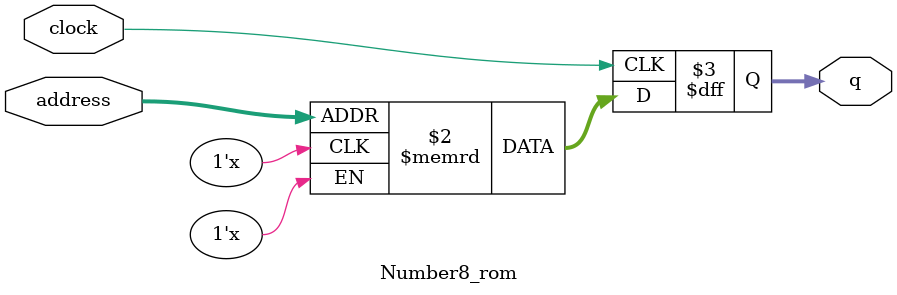
<source format=sv>
module Number8_rom (
	input logic clock,
	input logic [11:0] address,
	output logic [1:0] q
);

logic [1:0] memory [0:2499] /* synthesis ram_init_file = "./Number8/Number8.COE" */;

always_ff @ (posedge clock) begin
	q <= memory[address];
end

endmodule

</source>
